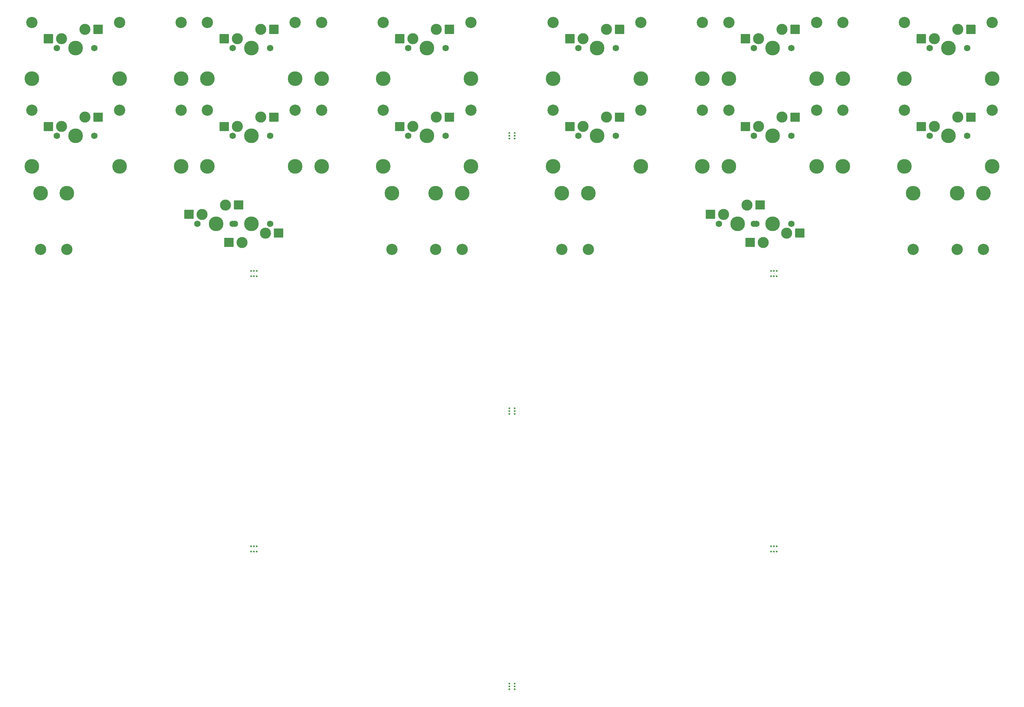
<source format=gbs>
G04 #@! TF.GenerationSoftware,KiCad,Pcbnew,(5.1.10)-1*
G04 #@! TF.CreationDate,2021-07-13T17:10:59+02:00*
G04 #@! TF.ProjectId,stab_tester,73746162-5f74-4657-9374-65722e6b6963,rev?*
G04 #@! TF.SameCoordinates,Original*
G04 #@! TF.FileFunction,Soldermask,Bot*
G04 #@! TF.FilePolarity,Negative*
%FSLAX46Y46*%
G04 Gerber Fmt 4.6, Leading zero omitted, Abs format (unit mm)*
G04 Created by KiCad (PCBNEW (5.1.10)-1) date 2021-07-13 17:10:59*
%MOMM*%
%LPD*%
G01*
G04 APERTURE LIST*
%ADD10C,0.500000*%
%ADD11C,3.987800*%
%ADD12C,3.048000*%
%ADD13C,1.750000*%
%ADD14C,3.000000*%
G04 APERTURE END LIST*
D10*
G04 #@! TO.C,mouse-bite-2mm-slot*
X248863001Y-184744502D03*
X248863001Y-186244502D03*
X249613001Y-184744502D03*
X248113001Y-184744502D03*
X248113001Y-186244502D03*
X249613001Y-186244502D03*
G04 #@! TD*
G04 #@! TO.C,mouse-bite-2mm-slot*
X107863001Y-184744502D03*
X107863001Y-186244502D03*
X108613001Y-184744502D03*
X107113001Y-184744502D03*
X107113001Y-186244502D03*
X108613001Y-186244502D03*
G04 #@! TD*
G04 #@! TO.C,mouse-bite-2mm-slot*
X249613001Y-111569502D03*
X248113001Y-111569502D03*
X248113001Y-110069502D03*
X249613001Y-110069502D03*
X248863001Y-111569502D03*
X248863001Y-110069502D03*
G04 #@! TD*
G04 #@! TO.C,mouse-bite-2mm-slot*
X108613001Y-111569502D03*
X107113001Y-111569502D03*
X107113001Y-110069502D03*
X108613001Y-110069502D03*
X107863001Y-111569502D03*
X107863001Y-110069502D03*
G04 #@! TD*
G04 #@! TO.C,mouse-bite-2mm-slot*
X178613000Y-72719501D03*
X178613000Y-74219501D03*
X177113000Y-74219501D03*
X177113000Y-72719501D03*
X178613000Y-73469501D03*
X177113000Y-73469501D03*
G04 #@! TD*
D11*
G04 #@! TO.C,REF\u002A\u002A*
X308069250Y-57912000D03*
D12*
X308069250Y-42672000D03*
X284256750Y-42672000D03*
D11*
X284256750Y-57912000D03*
G04 #@! TD*
G04 #@! TO.C,REF\u002A\u002A*
X189006750Y-81724500D03*
D12*
X189006750Y-66484500D03*
X212819250Y-66484500D03*
D11*
X212819250Y-81724500D03*
G04 #@! TD*
G04 #@! TO.C,REF\u002A\u002A*
X260444250Y-57912000D03*
D12*
X260444250Y-42672000D03*
X236631750Y-42672000D03*
D11*
X236631750Y-57912000D03*
G04 #@! TD*
G04 #@! TO.C,REF\u002A\u002A*
X308069250Y-81724500D03*
D12*
X308069250Y-66484500D03*
X284256750Y-66484500D03*
D11*
X284256750Y-81724500D03*
G04 #@! TD*
G04 #@! TO.C,REF\u002A\u002A*
X189006750Y-57912000D03*
D12*
X189006750Y-42672000D03*
X212819250Y-42672000D03*
D11*
X212819250Y-57912000D03*
G04 #@! TD*
G04 #@! TO.C,REF\u002A\u002A*
X260444250Y-81724500D03*
D12*
X260444250Y-66484500D03*
X236631750Y-66484500D03*
D11*
X236631750Y-81724500D03*
G04 #@! TD*
G04 #@! TO.C,REF\u002A\u002A*
X200913000Y-49657000D03*
D13*
X205993000Y-49657000D03*
X195833000Y-49657000D03*
D14*
X197103000Y-47117000D03*
X203453000Y-44577000D03*
G36*
G01*
X192278000Y-48242000D02*
X192278000Y-45992000D01*
G75*
G02*
X192403000Y-45867000I125000J0D01*
G01*
X194703000Y-45867000D01*
G75*
G02*
X194828000Y-45992000I0J-125000D01*
G01*
X194828000Y-48242000D01*
G75*
G02*
X194703000Y-48367000I-125000J0D01*
G01*
X192403000Y-48367000D01*
G75*
G02*
X192278000Y-48242000I0J125000D01*
G01*
G37*
G36*
G01*
X205728000Y-45702000D02*
X205728000Y-43452000D01*
G75*
G02*
X205853000Y-43327000I125000J0D01*
G01*
X208153000Y-43327000D01*
G75*
G02*
X208278000Y-43452000I0J-125000D01*
G01*
X208278000Y-45702000D01*
G75*
G02*
X208153000Y-45827000I-125000J0D01*
G01*
X205853000Y-45827000D01*
G75*
G02*
X205728000Y-45702000I0J125000D01*
G01*
G37*
G04 #@! TD*
D11*
G04 #@! TO.C,REF\u002A\u002A*
X200913000Y-73469500D03*
D13*
X205993000Y-73469500D03*
X195833000Y-73469500D03*
D14*
X197103000Y-70929500D03*
X203453000Y-68389500D03*
G36*
G01*
X192278000Y-72054500D02*
X192278000Y-69804500D01*
G75*
G02*
X192403000Y-69679500I125000J0D01*
G01*
X194703000Y-69679500D01*
G75*
G02*
X194828000Y-69804500I0J-125000D01*
G01*
X194828000Y-72054500D01*
G75*
G02*
X194703000Y-72179500I-125000J0D01*
G01*
X192403000Y-72179500D01*
G75*
G02*
X192278000Y-72054500I0J125000D01*
G01*
G37*
G36*
G01*
X205728000Y-69514500D02*
X205728000Y-67264500D01*
G75*
G02*
X205853000Y-67139500I125000J0D01*
G01*
X208153000Y-67139500D01*
G75*
G02*
X208278000Y-67264500I0J-125000D01*
G01*
X208278000Y-69514500D01*
G75*
G02*
X208153000Y-69639500I-125000J0D01*
G01*
X205853000Y-69639500D01*
G75*
G02*
X205728000Y-69514500I0J125000D01*
G01*
G37*
G04 #@! TD*
D11*
G04 #@! TO.C,REF\u002A\u002A*
X248538000Y-49657000D03*
D13*
X253618000Y-49657000D03*
X243458000Y-49657000D03*
D14*
X244728000Y-47117000D03*
X251078000Y-44577000D03*
G36*
G01*
X239903000Y-48242000D02*
X239903000Y-45992000D01*
G75*
G02*
X240028000Y-45867000I125000J0D01*
G01*
X242328000Y-45867000D01*
G75*
G02*
X242453000Y-45992000I0J-125000D01*
G01*
X242453000Y-48242000D01*
G75*
G02*
X242328000Y-48367000I-125000J0D01*
G01*
X240028000Y-48367000D01*
G75*
G02*
X239903000Y-48242000I0J125000D01*
G01*
G37*
G36*
G01*
X253353000Y-45702000D02*
X253353000Y-43452000D01*
G75*
G02*
X253478000Y-43327000I125000J0D01*
G01*
X255778000Y-43327000D01*
G75*
G02*
X255903000Y-43452000I0J-125000D01*
G01*
X255903000Y-45702000D01*
G75*
G02*
X255778000Y-45827000I-125000J0D01*
G01*
X253478000Y-45827000D01*
G75*
G02*
X253353000Y-45702000I0J125000D01*
G01*
G37*
G04 #@! TD*
D11*
G04 #@! TO.C,REF\u002A\u002A*
X296163000Y-73469500D03*
D13*
X301243000Y-73469500D03*
X291083000Y-73469500D03*
D14*
X292353000Y-70929500D03*
X298703000Y-68389500D03*
G36*
G01*
X287528000Y-72054500D02*
X287528000Y-69804500D01*
G75*
G02*
X287653000Y-69679500I125000J0D01*
G01*
X289953000Y-69679500D01*
G75*
G02*
X290078000Y-69804500I0J-125000D01*
G01*
X290078000Y-72054500D01*
G75*
G02*
X289953000Y-72179500I-125000J0D01*
G01*
X287653000Y-72179500D01*
G75*
G02*
X287528000Y-72054500I0J125000D01*
G01*
G37*
G36*
G01*
X300978000Y-69514500D02*
X300978000Y-67264500D01*
G75*
G02*
X301103000Y-67139500I125000J0D01*
G01*
X303403000Y-67139500D01*
G75*
G02*
X303528000Y-67264500I0J-125000D01*
G01*
X303528000Y-69514500D01*
G75*
G02*
X303403000Y-69639500I-125000J0D01*
G01*
X301103000Y-69639500D01*
G75*
G02*
X300978000Y-69514500I0J125000D01*
G01*
G37*
G04 #@! TD*
D11*
G04 #@! TO.C,REF\u002A\u002A*
X198531750Y-89027000D03*
D12*
X198531750Y-104267000D03*
X298544250Y-104267000D03*
D11*
X298544250Y-89027000D03*
G04 #@! TD*
G04 #@! TO.C,REF\u002A\u002A*
X248538000Y-73469500D03*
D13*
X253618000Y-73469500D03*
X243458000Y-73469500D03*
D14*
X244728000Y-70929500D03*
X251078000Y-68389500D03*
G36*
G01*
X239903000Y-72054500D02*
X239903000Y-69804500D01*
G75*
G02*
X240028000Y-69679500I125000J0D01*
G01*
X242328000Y-69679500D01*
G75*
G02*
X242453000Y-69804500I0J-125000D01*
G01*
X242453000Y-72054500D01*
G75*
G02*
X242328000Y-72179500I-125000J0D01*
G01*
X240028000Y-72179500D01*
G75*
G02*
X239903000Y-72054500I0J125000D01*
G01*
G37*
G36*
G01*
X253353000Y-69514500D02*
X253353000Y-67264500D01*
G75*
G02*
X253478000Y-67139500I125000J0D01*
G01*
X255778000Y-67139500D01*
G75*
G02*
X255903000Y-67264500I0J-125000D01*
G01*
X255903000Y-69514500D01*
G75*
G02*
X255778000Y-69639500I-125000J0D01*
G01*
X253478000Y-69639500D01*
G75*
G02*
X253353000Y-69514500I0J125000D01*
G01*
G37*
G04 #@! TD*
D11*
G04 #@! TO.C,REF\u002A\u002A*
X229488000Y-81724501D03*
X267588000Y-81724501D03*
D12*
X229488000Y-66484501D03*
X267588000Y-66484501D03*
G04 #@! TD*
D11*
G04 #@! TO.C,REF\u002A\u002A*
X305688000Y-89027000D03*
D12*
X305688000Y-104267000D03*
X191388000Y-104267000D03*
D11*
X191388000Y-89027000D03*
G04 #@! TD*
G04 #@! TO.C,REF\u002A\u002A*
X296163000Y-49657000D03*
D13*
X301243000Y-49657000D03*
X291083000Y-49657000D03*
D14*
X292353000Y-47117000D03*
X298703000Y-44577000D03*
G36*
G01*
X287528000Y-48242000D02*
X287528000Y-45992000D01*
G75*
G02*
X287653000Y-45867000I125000J0D01*
G01*
X289953000Y-45867000D01*
G75*
G02*
X290078000Y-45992000I0J-125000D01*
G01*
X290078000Y-48242000D01*
G75*
G02*
X289953000Y-48367000I-125000J0D01*
G01*
X287653000Y-48367000D01*
G75*
G02*
X287528000Y-48242000I0J125000D01*
G01*
G37*
G36*
G01*
X300978000Y-45702000D02*
X300978000Y-43452000D01*
G75*
G02*
X301103000Y-43327000I125000J0D01*
G01*
X303403000Y-43327000D01*
G75*
G02*
X303528000Y-43452000I0J-125000D01*
G01*
X303528000Y-45702000D01*
G75*
G02*
X303403000Y-45827000I-125000J0D01*
G01*
X301103000Y-45827000D01*
G75*
G02*
X300978000Y-45702000I0J125000D01*
G01*
G37*
G04 #@! TD*
D12*
G04 #@! TO.C,REF\u002A\u002A*
X191388000Y-104267000D03*
X286638000Y-104267000D03*
D11*
X286638000Y-89027000D03*
X191388000Y-89027000D03*
G04 #@! TD*
G04 #@! TO.C,REF\u002A\u002A*
G36*
G01*
X243723000Y-101237000D02*
X243723000Y-103487000D01*
G75*
G02*
X243598000Y-103612000I-125000J0D01*
G01*
X241298000Y-103612000D01*
G75*
G02*
X241173000Y-103487000I0J125000D01*
G01*
X241173000Y-101237000D01*
G75*
G02*
X241298000Y-101112000I125000J0D01*
G01*
X243598000Y-101112000D01*
G75*
G02*
X243723000Y-101237000I0J-125000D01*
G01*
G37*
G36*
G01*
X257173000Y-98697000D02*
X257173000Y-100947000D01*
G75*
G02*
X257048000Y-101072000I-125000J0D01*
G01*
X254748000Y-101072000D01*
G75*
G02*
X254623000Y-100947000I0J125000D01*
G01*
X254623000Y-98697000D01*
G75*
G02*
X254748000Y-98572000I125000J0D01*
G01*
X257048000Y-98572000D01*
G75*
G02*
X257173000Y-98697000I0J-125000D01*
G01*
G37*
D14*
X245998000Y-102362000D03*
X252348000Y-99822000D03*
D13*
X253618000Y-97282000D03*
X243458000Y-97282000D03*
D11*
X248538000Y-97282000D03*
G04 #@! TD*
G04 #@! TO.C,REF\u002A\u002A*
G36*
G01*
X243828000Y-93327000D02*
X243828000Y-91077000D01*
G75*
G02*
X243953000Y-90952000I125000J0D01*
G01*
X246253000Y-90952000D01*
G75*
G02*
X246378000Y-91077000I0J-125000D01*
G01*
X246378000Y-93327000D01*
G75*
G02*
X246253000Y-93452000I-125000J0D01*
G01*
X243953000Y-93452000D01*
G75*
G02*
X243828000Y-93327000I0J125000D01*
G01*
G37*
G36*
G01*
X230378000Y-95867000D02*
X230378000Y-93617000D01*
G75*
G02*
X230503000Y-93492000I125000J0D01*
G01*
X232803000Y-93492000D01*
G75*
G02*
X232928000Y-93617000I0J-125000D01*
G01*
X232928000Y-95867000D01*
G75*
G02*
X232803000Y-95992000I-125000J0D01*
G01*
X230503000Y-95992000D01*
G75*
G02*
X230378000Y-95867000I0J125000D01*
G01*
G37*
D14*
X241553000Y-92202000D03*
X235203000Y-94742000D03*
D13*
X233933000Y-97282000D03*
X244093000Y-97282000D03*
D11*
X239013000Y-97282000D03*
G04 #@! TD*
D12*
G04 #@! TO.C,REF\u002A\u002A*
X267588000Y-42672000D03*
X229488000Y-42672000D03*
D11*
X267588000Y-57912000D03*
X229488000Y-57912000D03*
G04 #@! TD*
D10*
G04 #@! TO.C,mouse-bite-2mm-slot*
X177113000Y-148144501D03*
X178613000Y-148144501D03*
X177113000Y-147394501D03*
X177113000Y-148894501D03*
X178613000Y-148894501D03*
X178613000Y-147394501D03*
G04 #@! TD*
G04 #@! TO.C,mouse-bite-2mm-slot*
X177113001Y-222819502D03*
X178613001Y-222819502D03*
X177113001Y-222069502D03*
X177113001Y-223569502D03*
X178613001Y-223569502D03*
X178613001Y-222069502D03*
G04 #@! TD*
D11*
G04 #@! TO.C,REF\u002A\u002A*
X88138000Y-57912000D03*
X126238000Y-57912000D03*
D12*
X88138000Y-42672000D03*
X126238000Y-42672000D03*
G04 #@! TD*
G04 #@! TO.C,REF\u002A\u002A*
G36*
G01*
X64378000Y-69514500D02*
X64378000Y-67264500D01*
G75*
G02*
X64503000Y-67139500I125000J0D01*
G01*
X66803000Y-67139500D01*
G75*
G02*
X66928000Y-67264500I0J-125000D01*
G01*
X66928000Y-69514500D01*
G75*
G02*
X66803000Y-69639500I-125000J0D01*
G01*
X64503000Y-69639500D01*
G75*
G02*
X64378000Y-69514500I0J125000D01*
G01*
G37*
G36*
G01*
X50928000Y-72054500D02*
X50928000Y-69804500D01*
G75*
G02*
X51053000Y-69679500I125000J0D01*
G01*
X53353000Y-69679500D01*
G75*
G02*
X53478000Y-69804500I0J-125000D01*
G01*
X53478000Y-72054500D01*
G75*
G02*
X53353000Y-72179500I-125000J0D01*
G01*
X51053000Y-72179500D01*
G75*
G02*
X50928000Y-72054500I0J125000D01*
G01*
G37*
D14*
X62103000Y-68389500D03*
X55753000Y-70929500D03*
D13*
X54483000Y-73469500D03*
X64643000Y-73469500D03*
D11*
X59563000Y-73469500D03*
G04 #@! TD*
G04 #@! TO.C,REF\u002A\u002A*
G36*
G01*
X112003000Y-69514500D02*
X112003000Y-67264500D01*
G75*
G02*
X112128000Y-67139500I125000J0D01*
G01*
X114428000Y-67139500D01*
G75*
G02*
X114553000Y-67264500I0J-125000D01*
G01*
X114553000Y-69514500D01*
G75*
G02*
X114428000Y-69639500I-125000J0D01*
G01*
X112128000Y-69639500D01*
G75*
G02*
X112003000Y-69514500I0J125000D01*
G01*
G37*
G36*
G01*
X98553000Y-72054500D02*
X98553000Y-69804500D01*
G75*
G02*
X98678000Y-69679500I125000J0D01*
G01*
X100978000Y-69679500D01*
G75*
G02*
X101103000Y-69804500I0J-125000D01*
G01*
X101103000Y-72054500D01*
G75*
G02*
X100978000Y-72179500I-125000J0D01*
G01*
X98678000Y-72179500D01*
G75*
G02*
X98553000Y-72054500I0J125000D01*
G01*
G37*
D14*
X109728000Y-68389500D03*
X103378000Y-70929500D03*
D13*
X102108000Y-73469500D03*
X112268000Y-73469500D03*
D11*
X107188000Y-73469500D03*
G04 #@! TD*
G04 #@! TO.C,REF\u002A\u002A*
G36*
G01*
X159628000Y-69514500D02*
X159628000Y-67264500D01*
G75*
G02*
X159753000Y-67139500I125000J0D01*
G01*
X162053000Y-67139500D01*
G75*
G02*
X162178000Y-67264500I0J-125000D01*
G01*
X162178000Y-69514500D01*
G75*
G02*
X162053000Y-69639500I-125000J0D01*
G01*
X159753000Y-69639500D01*
G75*
G02*
X159628000Y-69514500I0J125000D01*
G01*
G37*
G36*
G01*
X146178000Y-72054500D02*
X146178000Y-69804500D01*
G75*
G02*
X146303000Y-69679500I125000J0D01*
G01*
X148603000Y-69679500D01*
G75*
G02*
X148728000Y-69804500I0J-125000D01*
G01*
X148728000Y-72054500D01*
G75*
G02*
X148603000Y-72179500I-125000J0D01*
G01*
X146303000Y-72179500D01*
G75*
G02*
X146178000Y-72054500I0J125000D01*
G01*
G37*
D14*
X157353000Y-68389500D03*
X151003000Y-70929500D03*
D13*
X149733000Y-73469500D03*
X159893000Y-73469500D03*
D11*
X154813000Y-73469500D03*
G04 #@! TD*
G04 #@! TO.C,REF\u002A\u002A*
G36*
G01*
X159628000Y-45702000D02*
X159628000Y-43452000D01*
G75*
G02*
X159753000Y-43327000I125000J0D01*
G01*
X162053000Y-43327000D01*
G75*
G02*
X162178000Y-43452000I0J-125000D01*
G01*
X162178000Y-45702000D01*
G75*
G02*
X162053000Y-45827000I-125000J0D01*
G01*
X159753000Y-45827000D01*
G75*
G02*
X159628000Y-45702000I0J125000D01*
G01*
G37*
G36*
G01*
X146178000Y-48242000D02*
X146178000Y-45992000D01*
G75*
G02*
X146303000Y-45867000I125000J0D01*
G01*
X148603000Y-45867000D01*
G75*
G02*
X148728000Y-45992000I0J-125000D01*
G01*
X148728000Y-48242000D01*
G75*
G02*
X148603000Y-48367000I-125000J0D01*
G01*
X146303000Y-48367000D01*
G75*
G02*
X146178000Y-48242000I0J125000D01*
G01*
G37*
D14*
X157353000Y-44577000D03*
X151003000Y-47117000D03*
D13*
X149733000Y-49657000D03*
X159893000Y-49657000D03*
D11*
X154813000Y-49657000D03*
G04 #@! TD*
G04 #@! TO.C,REF\u002A\u002A*
G36*
G01*
X112003000Y-45702000D02*
X112003000Y-43452000D01*
G75*
G02*
X112128000Y-43327000I125000J0D01*
G01*
X114428000Y-43327000D01*
G75*
G02*
X114553000Y-43452000I0J-125000D01*
G01*
X114553000Y-45702000D01*
G75*
G02*
X114428000Y-45827000I-125000J0D01*
G01*
X112128000Y-45827000D01*
G75*
G02*
X112003000Y-45702000I0J125000D01*
G01*
G37*
G36*
G01*
X98553000Y-48242000D02*
X98553000Y-45992000D01*
G75*
G02*
X98678000Y-45867000I125000J0D01*
G01*
X100978000Y-45867000D01*
G75*
G02*
X101103000Y-45992000I0J-125000D01*
G01*
X101103000Y-48242000D01*
G75*
G02*
X100978000Y-48367000I-125000J0D01*
G01*
X98678000Y-48367000D01*
G75*
G02*
X98553000Y-48242000I0J125000D01*
G01*
G37*
D14*
X109728000Y-44577000D03*
X103378000Y-47117000D03*
D13*
X102108000Y-49657000D03*
X112268000Y-49657000D03*
D11*
X107188000Y-49657000D03*
G04 #@! TD*
G04 #@! TO.C,REF\u002A\u002A*
G36*
G01*
X64378000Y-45702000D02*
X64378000Y-43452000D01*
G75*
G02*
X64503000Y-43327000I125000J0D01*
G01*
X66803000Y-43327000D01*
G75*
G02*
X66928000Y-43452000I0J-125000D01*
G01*
X66928000Y-45702000D01*
G75*
G02*
X66803000Y-45827000I-125000J0D01*
G01*
X64503000Y-45827000D01*
G75*
G02*
X64378000Y-45702000I0J125000D01*
G01*
G37*
G36*
G01*
X50928000Y-48242000D02*
X50928000Y-45992000D01*
G75*
G02*
X51053000Y-45867000I125000J0D01*
G01*
X53353000Y-45867000D01*
G75*
G02*
X53478000Y-45992000I0J-125000D01*
G01*
X53478000Y-48242000D01*
G75*
G02*
X53353000Y-48367000I-125000J0D01*
G01*
X51053000Y-48367000D01*
G75*
G02*
X50928000Y-48242000I0J125000D01*
G01*
G37*
D14*
X62103000Y-44577000D03*
X55753000Y-47117000D03*
D13*
X54483000Y-49657000D03*
X64643000Y-49657000D03*
D11*
X59563000Y-49657000D03*
G04 #@! TD*
G04 #@! TO.C,REF\u002A\u002A*
X97663000Y-97282000D03*
D13*
X102743000Y-97282000D03*
X92583000Y-97282000D03*
D14*
X93853000Y-94742000D03*
X100203000Y-92202000D03*
G36*
G01*
X89028000Y-95867000D02*
X89028000Y-93617000D01*
G75*
G02*
X89153000Y-93492000I125000J0D01*
G01*
X91453000Y-93492000D01*
G75*
G02*
X91578000Y-93617000I0J-125000D01*
G01*
X91578000Y-95867000D01*
G75*
G02*
X91453000Y-95992000I-125000J0D01*
G01*
X89153000Y-95992000D01*
G75*
G02*
X89028000Y-95867000I0J125000D01*
G01*
G37*
G36*
G01*
X102478000Y-93327000D02*
X102478000Y-91077000D01*
G75*
G02*
X102603000Y-90952000I125000J0D01*
G01*
X104903000Y-90952000D01*
G75*
G02*
X105028000Y-91077000I0J-125000D01*
G01*
X105028000Y-93327000D01*
G75*
G02*
X104903000Y-93452000I-125000J0D01*
G01*
X102603000Y-93452000D01*
G75*
G02*
X102478000Y-93327000I0J125000D01*
G01*
G37*
G04 #@! TD*
D11*
G04 #@! TO.C,REF\u002A\u002A*
X107188000Y-97282000D03*
D13*
X102108000Y-97282000D03*
X112268000Y-97282000D03*
D14*
X110998000Y-99822000D03*
X104648000Y-102362000D03*
G36*
G01*
X115823000Y-98697000D02*
X115823000Y-100947000D01*
G75*
G02*
X115698000Y-101072000I-125000J0D01*
G01*
X113398000Y-101072000D01*
G75*
G02*
X113273000Y-100947000I0J125000D01*
G01*
X113273000Y-98697000D01*
G75*
G02*
X113398000Y-98572000I125000J0D01*
G01*
X115698000Y-98572000D01*
G75*
G02*
X115823000Y-98697000I0J-125000D01*
G01*
G37*
G36*
G01*
X102373000Y-101237000D02*
X102373000Y-103487000D01*
G75*
G02*
X102248000Y-103612000I-125000J0D01*
G01*
X99948000Y-103612000D01*
G75*
G02*
X99823000Y-103487000I0J125000D01*
G01*
X99823000Y-101237000D01*
G75*
G02*
X99948000Y-101112000I125000J0D01*
G01*
X102248000Y-101112000D01*
G75*
G02*
X102373000Y-101237000I0J-125000D01*
G01*
G37*
G04 #@! TD*
D11*
G04 #@! TO.C,REF\u002A\u002A*
X50038000Y-89027000D03*
X145288000Y-89027000D03*
D12*
X145288000Y-104267000D03*
X50038000Y-104267000D03*
G04 #@! TD*
D11*
G04 #@! TO.C,REF\u002A\u002A*
X157194250Y-89027000D03*
D12*
X157194250Y-104267000D03*
X57181750Y-104267000D03*
D11*
X57181750Y-89027000D03*
G04 #@! TD*
G04 #@! TO.C,REF\u002A\u002A*
X50038000Y-89027000D03*
D12*
X50038000Y-104267000D03*
X164338000Y-104267000D03*
D11*
X164338000Y-89027000D03*
G04 #@! TD*
D12*
G04 #@! TO.C,REF\u002A\u002A*
X126238000Y-66484501D03*
X88138000Y-66484501D03*
D11*
X126238000Y-81724501D03*
X88138000Y-81724501D03*
G04 #@! TD*
G04 #@! TO.C,REF\u002A\u002A*
X95281750Y-81724500D03*
D12*
X95281750Y-66484500D03*
X119094250Y-66484500D03*
D11*
X119094250Y-81724500D03*
G04 #@! TD*
G04 #@! TO.C,REF\u002A\u002A*
X95281750Y-57912000D03*
D12*
X95281750Y-42672000D03*
X119094250Y-42672000D03*
D11*
X119094250Y-57912000D03*
G04 #@! TD*
G04 #@! TO.C,REF\u002A\u002A*
X142906750Y-57912000D03*
D12*
X142906750Y-42672000D03*
X166719250Y-42672000D03*
D11*
X166719250Y-57912000D03*
G04 #@! TD*
G04 #@! TO.C,REF\u002A\u002A*
X142906750Y-81724500D03*
D12*
X142906750Y-66484500D03*
X166719250Y-66484500D03*
D11*
X166719250Y-81724500D03*
G04 #@! TD*
G04 #@! TO.C,REF\u002A\u002A*
X71469250Y-81724500D03*
D12*
X71469250Y-66484500D03*
X47656750Y-66484500D03*
D11*
X47656750Y-81724500D03*
G04 #@! TD*
G04 #@! TO.C,REF\u002A\u002A*
X71469250Y-57912000D03*
D12*
X71469250Y-42672000D03*
X47656750Y-42672000D03*
D11*
X47656750Y-57912000D03*
G04 #@! TD*
M02*

</source>
